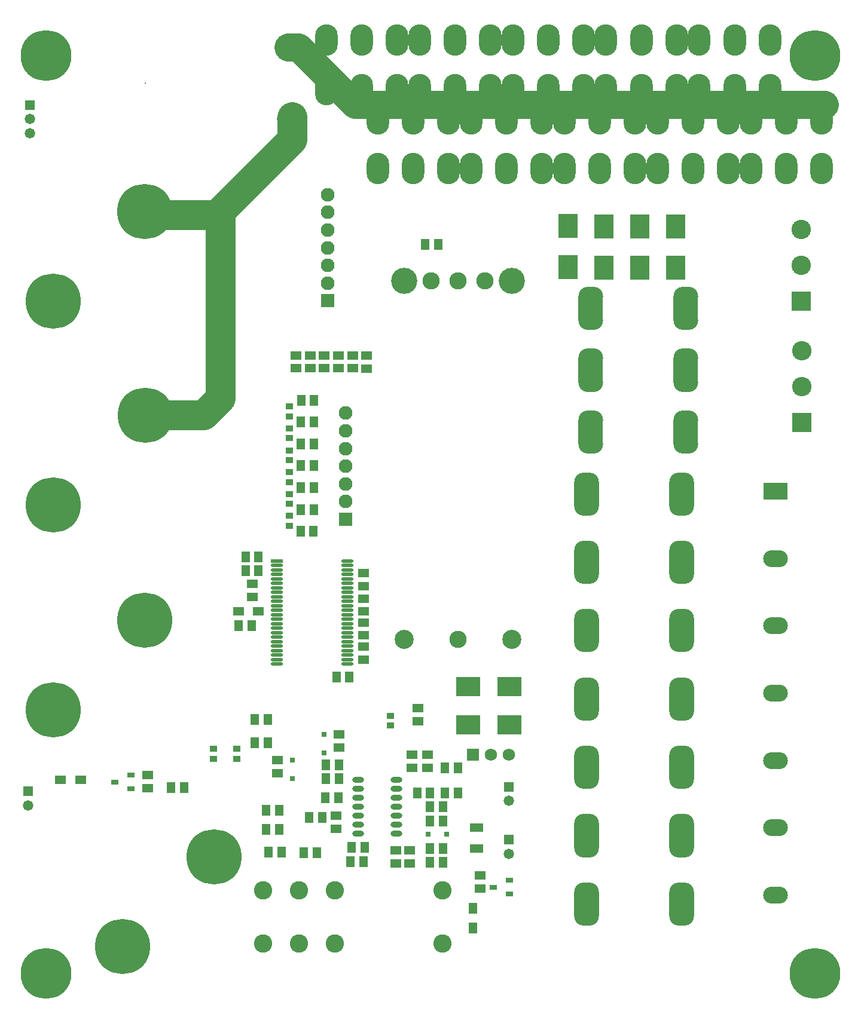
<source format=gbr>
%FSTAX23Y23*%
%MOIN*%
%SFA1B1*%

%IPPOS*%
%ADD59C,0.157480*%
%ADD60C,0.167323*%
%ADD62R,0.074929X0.049339*%
%ADD67C,0.108000*%
%ADD68R,0.108000X0.108000*%
%ADD69C,0.058000*%
%ADD70R,0.058000X0.058000*%
%ADD71O,0.138000X0.108000*%
%ADD72R,0.137921X0.094614*%
%ADD73O,0.137921X0.094614*%
%ADD74C,0.102488*%
%ADD75C,0.096583*%
%ADD76C,0.145795*%
%ADD77C,0.106425*%
%ADD78C,0.008000*%
%ADD79O,0.165480X0.116268*%
%ADD80C,0.068000*%
%ADD81R,0.068000X0.068000*%
%ADD82O,0.126110X0.175323*%
%ADD83C,0.308000*%
%ADD84C,0.076898*%
%ADD85R,0.076898X0.076898*%
%ADD86C,0.283591*%
%ADD96R,0.059181X0.045402*%
%ADD97R,0.051307X0.061150*%
%ADD98R,0.067055X0.019811*%
%ADD99O,0.067055X0.019811*%
%ADD100O,0.065087X0.031622*%
%ADD101R,0.045402X0.059181*%
%ADD102R,0.043433X0.031622*%
%ADD103R,0.043433X0.035559*%
%ADD104R,0.025716X0.029654*%
%ADD105R,0.061150X0.051307*%
%ADD106R,0.029654X0.025716*%
%ADD107R,0.106425X0.133000*%
%ADD108R,0.133000X0.106425*%
%LNpms_board_soldermask_top-1*%
%LPD*%
G36*
X03805Y02769D02*
X03806Y02769D01*
X03806Y02768*
X03807Y02768*
X03807Y02768*
X03807Y02767*
X03808Y02767*
X03808Y02767*
X03808Y02766*
X03809Y02766*
X03809Y02765*
X03809Y02765*
Y02631*
X03809Y0263*
X03809Y0263*
X03808Y02629*
X03808Y02629*
X03808Y02628*
X03807Y02628*
X03807Y02627*
X03807Y02627*
X03806Y02627*
X03806Y02627*
X03805Y02627*
X03805Y02627*
X03675*
X03674Y02627*
X03674Y02627*
X03673Y02627*
X03673Y02627*
X03672Y02627*
X03672Y02628*
X03671Y02628*
X03671Y02629*
X03671Y02629*
X03671Y0263*
X03671Y0263*
X03671Y02631*
Y02765*
X03671Y02765*
X03671Y02766*
X03671Y02766*
X03671Y02767*
X03671Y02767*
X03672Y02767*
X03672Y02768*
X03673Y02768*
X03673Y02768*
X03674Y02769*
X03674Y02769*
X03675Y02769*
X03805*
X03805Y02769*
G37*
G36*
X03275D02*
X03276Y02769D01*
X03276Y02768*
X03277Y02768*
X03277Y02768*
X03277Y02767*
X03278Y02767*
X03278Y02767*
X03278Y02766*
X03279Y02766*
X03279Y02765*
X03279Y02765*
Y02631*
X03279Y0263*
X03279Y0263*
X03278Y02629*
X03278Y02629*
X03278Y02628*
X03277Y02628*
X03277Y02627*
X03277Y02627*
X03276Y02627*
X03276Y02627*
X03275Y02627*
X03275Y02627*
X03145*
X03144Y02627*
X03144Y02627*
X03143Y02627*
X03143Y02627*
X03142Y02627*
X03142Y02628*
X03141Y02628*
X03141Y02629*
X03141Y02629*
X03141Y0263*
X03141Y0263*
X03141Y02631*
Y02765*
X03141Y02765*
X03141Y02766*
X03141Y02766*
X03141Y02767*
X03141Y02767*
X03142Y02767*
X03142Y02768*
X03143Y02768*
X03143Y02768*
X03144Y02769*
X03144Y02769*
X03145Y02769*
X03275*
X03275Y02769*
G37*
G36*
X03805Y02387D02*
X03806Y02387D01*
X03806Y02387*
X03807Y02387*
X03807Y02387*
X03807Y02386*
X03808Y02386*
X03808Y02385*
X03808Y02385*
X03809Y02384*
X03809Y02384*
X03809Y02383*
Y02249*
X03809Y02249*
X03809Y02248*
X03808Y02248*
X03808Y02247*
X03808Y02247*
X03807Y02247*
X03807Y02246*
X03807Y02246*
X03806Y02246*
X03806Y02246*
X03805Y02245*
X03805Y02245*
X03675*
X03674Y02245*
X03674Y02246*
X03673Y02246*
X03673Y02246*
X03672Y02246*
X03672Y02247*
X03671Y02247*
X03671Y02247*
X03671Y02248*
X03671Y02248*
X03671Y02249*
X03671Y02249*
Y02383*
X03671Y02384*
X03671Y02384*
X03671Y02385*
X03671Y02385*
X03671Y02386*
X03672Y02386*
X03672Y02387*
X03673Y02387*
X03673Y02387*
X03674Y02387*
X03674Y02387*
X03675Y02387*
X03805*
X03805Y02387*
G37*
G36*
X03275D02*
X03276Y02387D01*
X03276Y02387*
X03277Y02387*
X03277Y02387*
X03277Y02386*
X03278Y02386*
X03278Y02385*
X03278Y02385*
X03279Y02384*
X03279Y02384*
X03279Y02383*
Y02249*
X03279Y02249*
X03279Y02248*
X03278Y02248*
X03278Y02247*
X03278Y02247*
X03277Y02247*
X03277Y02246*
X03277Y02246*
X03276Y02246*
X03276Y02246*
X03275Y02245*
X03275Y02245*
X03145*
X03144Y02245*
X03144Y02246*
X03143Y02246*
X03143Y02246*
X03142Y02246*
X03142Y02247*
X03141Y02247*
X03141Y02247*
X03141Y02248*
X03141Y02248*
X03141Y02249*
X03141Y02249*
Y02383*
X03141Y02384*
X03141Y02384*
X03141Y02385*
X03141Y02385*
X03141Y02386*
X03142Y02386*
X03142Y02387*
X03143Y02387*
X03143Y02387*
X03144Y02387*
X03144Y02387*
X03145Y02387*
X03275*
X03275Y02387*
G37*
G36*
X03805Y02006D02*
X03806Y02006D01*
X03806Y02006*
X03807Y02006*
X03807Y02005*
X03807Y02005*
X03808Y02005*
X03808Y02004*
X03808Y02004*
X03809Y02003*
X03809Y02003*
X03809Y02002*
Y01868*
X03809Y01868*
X03809Y01867*
X03808Y01867*
X03808Y01866*
X03808Y01866*
X03807Y01865*
X03807Y01865*
X03807Y01865*
X03806Y01865*
X03806Y01864*
X03805Y01864*
X03805Y01864*
X03675*
X03674Y01864*
X03674Y01864*
X03673Y01865*
X03673Y01865*
X03672Y01865*
X03672Y01865*
X03671Y01866*
X03671Y01866*
X03671Y01867*
X03671Y01867*
X03671Y01868*
X03671Y01868*
Y02002*
X03671Y02003*
X03671Y02003*
X03671Y02004*
X03671Y02004*
X03671Y02005*
X03672Y02005*
X03672Y02005*
X03673Y02006*
X03673Y02006*
X03674Y02006*
X03674Y02006*
X03675Y02006*
X03805*
X03805Y02006*
G37*
G36*
X03275D02*
X03276Y02006D01*
X03276Y02006*
X03277Y02006*
X03277Y02005*
X03277Y02005*
X03278Y02005*
X03278Y02004*
X03278Y02004*
X03279Y02003*
X03279Y02003*
X03279Y02002*
Y01868*
X03279Y01868*
X03279Y01867*
X03278Y01867*
X03278Y01866*
X03278Y01866*
X03277Y01865*
X03277Y01865*
X03277Y01865*
X03276Y01865*
X03276Y01864*
X03275Y01864*
X03275Y01864*
X03145*
X03144Y01864*
X03144Y01864*
X03143Y01865*
X03143Y01865*
X03142Y01865*
X03142Y01865*
X03141Y01866*
X03141Y01866*
X03141Y01867*
X03141Y01867*
X03141Y01868*
X03141Y01868*
Y02002*
X03141Y02003*
X03141Y02003*
X03141Y02004*
X03141Y02004*
X03141Y02005*
X03142Y02005*
X03142Y02005*
X03143Y02006*
X03143Y02006*
X03144Y02006*
X03144Y02006*
X03145Y02006*
X03275*
X03275Y02006*
G37*
G36*
X03805Y01625D02*
X03806Y01625D01*
X03806Y01625*
X03807Y01624*
X03807Y01624*
X03807Y01624*
X03808Y01623*
X03808Y01623*
X03808Y01623*
X03809Y01622*
X03809Y01622*
X03809Y01621*
Y01487*
X03809Y01486*
X03809Y01486*
X03808Y01485*
X03808Y01485*
X03808Y01485*
X03807Y01484*
X03807Y01484*
X03807Y01484*
X03806Y01483*
X03806Y01483*
X03805Y01483*
X03805Y01483*
X03675*
X03674Y01483*
X03674Y01483*
X03673Y01483*
X03673Y01484*
X03672Y01484*
X03672Y01484*
X03671Y01485*
X03671Y01485*
X03671Y01485*
X03671Y01486*
X03671Y01486*
X03671Y01487*
Y01621*
X03671Y01622*
X03671Y01622*
X03671Y01623*
X03671Y01623*
X03671Y01623*
X03672Y01624*
X03672Y01624*
X03673Y01624*
X03673Y01625*
X03674Y01625*
X03674Y01625*
X03675Y01625*
X03805*
X03805Y01625*
G37*
G36*
X03275D02*
X03276Y01625D01*
X03276Y01625*
X03277Y01624*
X03277Y01624*
X03277Y01624*
X03278Y01623*
X03278Y01623*
X03278Y01623*
X03279Y01622*
X03279Y01622*
X03279Y01621*
Y01487*
X03279Y01486*
X03279Y01486*
X03278Y01485*
X03278Y01485*
X03278Y01485*
X03277Y01484*
X03277Y01484*
X03277Y01484*
X03276Y01483*
X03276Y01483*
X03275Y01483*
X03275Y01483*
X03145*
X03144Y01483*
X03144Y01483*
X03143Y01483*
X03143Y01484*
X03142Y01484*
X03142Y01484*
X03141Y01485*
X03141Y01485*
X03141Y01485*
X03141Y01486*
X03141Y01486*
X03141Y01487*
Y01621*
X03141Y01622*
X03141Y01622*
X03141Y01623*
X03141Y01623*
X03141Y01623*
X03142Y01624*
X03142Y01624*
X03143Y01624*
X03143Y01625*
X03144Y01625*
X03144Y01625*
X03145Y01625*
X03275*
X03275Y01625*
G37*
G36*
X03805Y01244D02*
X03806Y01244D01*
X03806Y01244*
X03807Y01243*
X03807Y01243*
X03807Y01243*
X03808Y01242*
X03808Y01242*
X03808Y01241*
X03809Y01241*
X03809Y0124*
X03809Y0124*
Y01106*
X03809Y01105*
X03809Y01105*
X03808Y01104*
X03808Y01104*
X03808Y01103*
X03807Y01103*
X03807Y01103*
X03807Y01102*
X03806Y01102*
X03806Y01102*
X03805Y01102*
X03805Y01102*
X03675*
X03674Y01102*
X03674Y01102*
X03673Y01102*
X03673Y01102*
X03672Y01103*
X03672Y01103*
X03671Y01103*
X03671Y01104*
X03671Y01104*
X03671Y01105*
X03671Y01105*
X03671Y01106*
Y0124*
X03671Y0124*
X03671Y01241*
X03671Y01241*
X03671Y01242*
X03671Y01242*
X03672Y01243*
X03672Y01243*
X03673Y01243*
X03673Y01244*
X03674Y01244*
X03674Y01244*
X03675Y01244*
X03805*
X03805Y01244*
G37*
G36*
X03275D02*
X03276Y01244D01*
X03276Y01244*
X03277Y01243*
X03277Y01243*
X03277Y01243*
X03278Y01242*
X03278Y01242*
X03278Y01241*
X03279Y01241*
X03279Y0124*
X03279Y0124*
Y01106*
X03279Y01105*
X03279Y01105*
X03278Y01104*
X03278Y01104*
X03278Y01103*
X03277Y01103*
X03277Y01103*
X03277Y01102*
X03276Y01102*
X03276Y01102*
X03275Y01102*
X03275Y01102*
X03145*
X03144Y01102*
X03144Y01102*
X03143Y01102*
X03143Y01102*
X03142Y01103*
X03142Y01103*
X03141Y01103*
X03141Y01104*
X03141Y01104*
X03141Y01105*
X03141Y01105*
X03141Y01106*
Y0124*
X03141Y0124*
X03141Y01241*
X03141Y01241*
X03141Y01242*
X03141Y01242*
X03142Y01243*
X03142Y01243*
X03143Y01243*
X03143Y01244*
X03144Y01244*
X03144Y01244*
X03145Y01244*
X03275*
X03275Y01244*
G37*
G36*
X03827Y04566D02*
X03828Y04566D01*
X03828Y04566*
X03829Y04566*
X03829Y04566*
X0383Y04565*
X0383Y04565*
X0383Y04564*
X0383Y04564*
X03831Y04564*
X03831Y04563*
X03831Y04562*
Y04428*
X03831Y04428*
X03831Y04427*
X0383Y04427*
X0383Y04426*
X0383Y04426*
X0383Y04426*
X03829Y04425*
X03829Y04425*
X03828Y04425*
X03828Y04425*
X03827Y04425*
X03827Y04424*
X03697*
X03696Y04425*
X03696Y04425*
X03695Y04425*
X03695Y04425*
X03694Y04425*
X03694Y04426*
X03694Y04426*
X03693Y04426*
X03693Y04427*
X03693Y04427*
X03693Y04428*
X03693Y04428*
Y04562*
X03693Y04563*
X03693Y04564*
X03693Y04564*
X03693Y04564*
X03694Y04565*
X03694Y04565*
X03694Y04566*
X03695Y04566*
X03695Y04566*
X03696Y04566*
X03696Y04566*
X03697Y04567*
X03827*
X03827Y04566*
G37*
G36*
X03297D02*
X03298Y04566D01*
X03298Y04566*
X03299Y04566*
X03299Y04566*
X033Y04565*
X033Y04565*
X033Y04564*
X033Y04564*
X03301Y04564*
X03301Y04563*
X03301Y04562*
Y04428*
X03301Y04428*
X03301Y04427*
X033Y04427*
X033Y04426*
X033Y04426*
X033Y04426*
X03299Y04425*
X03299Y04425*
X03298Y04425*
X03298Y04425*
X03297Y04425*
X03297Y04424*
X03167*
X03166Y04425*
X03166Y04425*
X03165Y04425*
X03165Y04425*
X03164Y04425*
X03164Y04426*
X03164Y04426*
X03163Y04426*
X03163Y04427*
X03163Y04427*
X03163Y04428*
X03163Y04428*
Y04562*
X03163Y04563*
X03163Y04564*
X03163Y04564*
X03163Y04564*
X03164Y04565*
X03164Y04565*
X03164Y04566*
X03165Y04566*
X03165Y04566*
X03166Y04566*
X03166Y04566*
X03167Y04567*
X03297*
X03297Y04566*
G37*
G36*
X03827Y04222D02*
X03828Y04222D01*
X03828Y04222*
X03829Y04222*
X03829Y04222*
X0383Y04221*
X0383Y04221*
X0383Y0422*
X0383Y0422*
X03831Y0422*
X03831Y04219*
X03831Y04218*
Y04084*
X03831Y04084*
X03831Y04083*
X0383Y04083*
X0383Y04082*
X0383Y04082*
X0383Y04082*
X03829Y04081*
X03829Y04081*
X03828Y04081*
X03828Y04081*
X03827Y04081*
X03827Y0408*
X03697*
X03696Y04081*
X03696Y04081*
X03695Y04081*
X03695Y04081*
X03694Y04081*
X03694Y04082*
X03694Y04082*
X03693Y04082*
X03693Y04083*
X03693Y04083*
X03693Y04084*
X03693Y04084*
Y04218*
X03693Y04219*
X03693Y0422*
X03693Y0422*
X03693Y0422*
X03694Y04221*
X03694Y04221*
X03694Y04222*
X03695Y04222*
X03695Y04222*
X03696Y04222*
X03696Y04222*
X03697Y04223*
X03827*
X03827Y04222*
G37*
G36*
X03297D02*
X03298Y04222D01*
X03298Y04222*
X03299Y04222*
X03299Y04222*
X033Y04221*
X033Y04221*
X033Y0422*
X033Y0422*
X03301Y0422*
X03301Y04219*
X03301Y04218*
Y04084*
X03301Y04084*
X03301Y04083*
X033Y04083*
X033Y04082*
X033Y04082*
X033Y04082*
X03299Y04081*
X03299Y04081*
X03298Y04081*
X03298Y04081*
X03297Y04081*
X03297Y0408*
X03167*
X03166Y04081*
X03166Y04081*
X03165Y04081*
X03165Y04081*
X03164Y04081*
X03164Y04082*
X03164Y04082*
X03163Y04082*
X03163Y04083*
X03163Y04083*
X03163Y04084*
X03163Y04084*
Y04218*
X03163Y04219*
X03163Y0422*
X03163Y0422*
X03163Y0422*
X03164Y04221*
X03164Y04221*
X03164Y04222*
X03165Y04222*
X03165Y04222*
X03166Y04222*
X03166Y04222*
X03167Y04223*
X03297*
X03297Y04222*
G37*
G36*
X03827Y03876D02*
X03828Y03876D01*
X03828Y03876*
X03829Y03876*
X03829Y03876*
X0383Y03875*
X0383Y03875*
X0383Y03874*
X0383Y03874*
X03831Y03874*
X03831Y03873*
X03831Y03872*
Y03738*
X03831Y03738*
X03831Y03737*
X0383Y03737*
X0383Y03736*
X0383Y03736*
X0383Y03736*
X03829Y03735*
X03829Y03735*
X03828Y03735*
X03828Y03735*
X03827Y03735*
X03827Y03734*
X03697*
X03696Y03735*
X03696Y03735*
X03695Y03735*
X03695Y03735*
X03694Y03735*
X03694Y03736*
X03694Y03736*
X03693Y03736*
X03693Y03737*
X03693Y03737*
X03693Y03738*
X03693Y03738*
Y03872*
X03693Y03873*
X03693Y03874*
X03693Y03874*
X03693Y03874*
X03694Y03875*
X03694Y03875*
X03694Y03876*
X03695Y03876*
X03695Y03876*
X03696Y03876*
X03696Y03876*
X03697Y03877*
X03827*
X03827Y03876*
G37*
G36*
X03297D02*
X03298Y03876D01*
X03298Y03876*
X03299Y03876*
X03299Y03876*
X033Y03875*
X033Y03875*
X033Y03874*
X033Y03874*
X03301Y03874*
X03301Y03873*
X03301Y03872*
Y03738*
X03301Y03738*
X03301Y03737*
X033Y03737*
X033Y03736*
X033Y03736*
X033Y03736*
X03299Y03735*
X03299Y03735*
X03298Y03735*
X03298Y03735*
X03297Y03735*
X03297Y03734*
X03167*
X03166Y03735*
X03166Y03735*
X03165Y03735*
X03165Y03735*
X03164Y03735*
X03164Y03736*
X03164Y03736*
X03163Y03736*
X03163Y03737*
X03163Y03737*
X03163Y03738*
X03163Y03738*
Y03872*
X03163Y03873*
X03163Y03874*
X03163Y03874*
X03163Y03874*
X03164Y03875*
X03164Y03875*
X03164Y03876*
X03165Y03876*
X03165Y03876*
X03166Y03876*
X03166Y03876*
X03167Y03877*
X03297*
X03297Y03876*
G37*
G36*
X03805Y03531D02*
X03806Y03531D01*
X03806Y03531*
X03807Y03531*
X03807Y0353*
X03807Y0353*
X03808Y03529*
X03808Y03529*
X03808Y03529*
X03809Y03528*
X03809Y03528*
X03809Y03527*
Y03393*
X03809Y03393*
X03809Y03392*
X03808Y03392*
X03808Y03391*
X03808Y03391*
X03807Y0339*
X03807Y0339*
X03807Y0339*
X03806Y03389*
X03806Y03389*
X03805Y03389*
X03805Y03389*
X03675*
X03674Y03389*
X03674Y03389*
X03673Y03389*
X03673Y0339*
X03672Y0339*
X03672Y0339*
X03671Y03391*
X03671Y03391*
X03671Y03392*
X03671Y03392*
X03671Y03393*
X03671Y03393*
Y03527*
X03671Y03528*
X03671Y03528*
X03671Y03529*
X03671Y03529*
X03671Y03529*
X03672Y0353*
X03672Y0353*
X03673Y03531*
X03673Y03531*
X03674Y03531*
X03674Y03531*
X03675Y03531*
X03805*
X03805Y03531*
G37*
G36*
X03275D02*
X03276Y03531D01*
X03276Y03531*
X03277Y03531*
X03277Y0353*
X03277Y0353*
X03278Y03529*
X03278Y03529*
X03278Y03529*
X03279Y03528*
X03279Y03528*
X03279Y03527*
Y03393*
X03279Y03393*
X03279Y03392*
X03278Y03392*
X03278Y03391*
X03278Y03391*
X03277Y0339*
X03277Y0339*
X03277Y0339*
X03276Y03389*
X03276Y03389*
X03275Y03389*
X03275Y03389*
X03145*
X03144Y03389*
X03144Y03389*
X03143Y03389*
X03143Y0339*
X03142Y0339*
X03142Y0339*
X03141Y03391*
X03141Y03391*
X03141Y03392*
X03141Y03392*
X03141Y03393*
X03141Y03393*
Y03527*
X03141Y03528*
X03141Y03528*
X03141Y03529*
X03141Y03529*
X03141Y03529*
X03142Y0353*
X03142Y0353*
X03143Y03531*
X03143Y03531*
X03144Y03531*
X03144Y03531*
X03145Y03531*
X03275*
X03275Y03531*
G37*
G36*
X03805Y0315D02*
X03806Y0315D01*
X03806Y0315*
X03807Y03149*
X03807Y03149*
X03807Y03149*
X03808Y03148*
X03808Y03148*
X03808Y03147*
X03809Y03147*
X03809Y03146*
X03809Y03146*
Y03012*
X03809Y03011*
X03809Y03011*
X03808Y0301*
X03808Y0301*
X03808Y03009*
X03807Y03009*
X03807Y03009*
X03807Y03008*
X03806Y03008*
X03806Y03008*
X03805Y03008*
X03805Y03008*
X03675*
X03674Y03008*
X03674Y03008*
X03673Y03008*
X03673Y03008*
X03672Y03009*
X03672Y03009*
X03671Y03009*
X03671Y0301*
X03671Y0301*
X03671Y03011*
X03671Y03011*
X03671Y03012*
Y03146*
X03671Y03146*
X03671Y03147*
X03671Y03147*
X03671Y03148*
X03671Y03148*
X03672Y03149*
X03672Y03149*
X03673Y03149*
X03673Y0315*
X03674Y0315*
X03674Y0315*
X03675Y0315*
X03805*
X03805Y0315*
G37*
G36*
X03275D02*
X03276Y0315D01*
X03276Y0315*
X03277Y03149*
X03277Y03149*
X03277Y03149*
X03278Y03148*
X03278Y03148*
X03278Y03147*
X03279Y03147*
X03279Y03146*
X03279Y03146*
Y03012*
X03279Y03011*
X03279Y03011*
X03278Y0301*
X03278Y0301*
X03278Y03009*
X03277Y03009*
X03277Y03009*
X03277Y03008*
X03276Y03008*
X03276Y03008*
X03275Y03008*
X03275Y03008*
X03145*
X03144Y03008*
X03144Y03008*
X03143Y03008*
X03143Y03008*
X03142Y03009*
X03142Y03009*
X03141Y03009*
X03141Y0301*
X03141Y0301*
X03141Y03011*
X03141Y03011*
X03141Y03012*
Y03146*
X03141Y03146*
X03141Y03147*
X03141Y03147*
X03141Y03148*
X03141Y03148*
X03142Y03149*
X03142Y03149*
X03143Y03149*
X03143Y0315*
X03144Y0315*
X03144Y0315*
X03145Y0315*
X03275*
X03275Y0315*
G37*
G54D59*
X01547Y05951D02*
X01603D01*
X01921Y05633*
X04535*
G54D60*
X00748Y05035D02*
X00795D01*
X01169Y0496D02*
Y05035D01*
X00795D02*
X00814Y05015D01*
X01169*
X00749Y03898D02*
X01076D01*
X01169Y03992*
X0157Y05437D02*
Y05562D01*
X01169Y05035D02*
X0157Y05437D01*
X01169Y03992D02*
Y05015D01*
G54D62*
X02598Y01484D03*
Y016D03*
G54D67*
X04406Y04735D03*
Y04935D03*
X04409Y04058D03*
Y04258D03*
G54D68*
X04406Y04535D03*
X04409Y03858D03*
G54D69*
X02775Y01748D03*
X02775Y01452D03*
X00106Y05472D03*
Y05551D03*
X00098Y01724D03*
G54D70*
X02775Y01826D03*
Y01531D03*
X00106Y05629D03*
X00098Y01803D03*
G54D71*
X03232Y04428D03*
Y04562D03*
X03762Y04428D03*
Y04562D03*
X03232Y04084D03*
Y04218D03*
X03762Y04084D03*
Y04218D03*
X03232Y03738D03*
Y03872D03*
X03762Y03738D03*
Y03872D03*
X0374Y0124D03*
Y01106D03*
X0321Y0124D03*
Y01106D03*
X0374Y01621D03*
Y01487D03*
X0321Y01621D03*
Y01487D03*
X0374Y02383D03*
Y02249D03*
X0321Y02383D03*
Y02249D03*
X0374Y02765D03*
Y02631D03*
X0321Y02765D03*
Y02631D03*
X0374Y03146D03*
Y03012D03*
X0321Y03146D03*
Y03012D03*
Y03393D03*
Y03527D03*
X0374Y03393D03*
Y03527D03*
X0321Y01868D03*
Y02002D03*
X0374Y01868D03*
Y02002D03*
G54D72*
X04263Y03475D03*
G54D73*
X04263Y031D03*
Y02725D03*
Y0235D03*
Y01224D03*
Y01599D03*
Y01974D03*
G54D74*
X01407Y01248D03*
X01807D03*
X01607D03*
X01407Y00953D03*
X01807D03*
X01607D03*
X02407Y01248D03*
Y00953D03*
G54D75*
X02343Y0465D03*
X02643D03*
X02493D03*
Y0265D03*
G54D76*
X02193Y0465D03*
X02793D03*
G54D77*
X02793Y0265D03*
X02193D03*
G54D78*
X00751Y05752D03*
G54D79*
X01566Y05952D03*
Y05552D03*
G54D80*
X02777Y02007D03*
X02677D03*
G54D81*
X02577Y02007D03*
G54D82*
X04519Y05275D03*
X04322D03*
X04125D03*
Y05551D03*
X04322D03*
X04519D03*
X04232Y05716D03*
X04035D03*
X03838D03*
Y05992D03*
X04035D03*
X04232D03*
X04Y05275D03*
X03803D03*
X03606D03*
Y05551D03*
X03803D03*
X04D03*
X03712Y05716D03*
X03515D03*
X03318D03*
Y05992D03*
X03515D03*
X03712D03*
X0348Y05275D03*
X03283D03*
X03086D03*
Y05551D03*
X03283D03*
X0348D03*
X03192Y05716D03*
X02996D03*
X02799D03*
Y05992D03*
X02996D03*
X03192D03*
X0296Y05275D03*
X02763D03*
X02566D03*
Y05551D03*
X02763D03*
X0296D03*
X02673Y05716D03*
X02476D03*
X02279D03*
Y05992D03*
X02476D03*
X02673D03*
X0244Y05275D03*
X02244D03*
X02047D03*
Y05551D03*
X02244D03*
X0244D03*
X02153Y05716D03*
X01956D03*
X01759D03*
Y05992D03*
X01956D03*
X02153D03*
G54D83*
X00749Y03898D03*
X00237Y03398D03*
X00748Y05035D03*
X00236Y04535D03*
X01134Y01437D03*
X00622Y00937D03*
X00748Y02755D03*
X00236Y02255D03*
G54D84*
X01767Y04736D03*
Y04637D03*
Y04834D03*
Y04933D03*
Y05031D03*
Y05129D03*
X01868Y03517D03*
Y03418D03*
Y03615D03*
Y03714D03*
Y03812D03*
Y03911D03*
G54D85*
X01767Y04539D03*
X01868Y0332D03*
G54D86*
X04484Y05905D03*
Y00787D03*
X00196D03*
Y05905D03*
G54D96*
X02618Y01259D03*
Y01332D03*
X02322Y02005D03*
Y01933D03*
X01814Y01665D03*
Y01592D03*
X00763Y01891D03*
Y01818D03*
X0183Y02045D03*
Y02118D03*
X02224Y01399D03*
Y01472D03*
X02271Y02267D03*
Y02194D03*
X02236Y02005D03*
Y01933D03*
X02145Y01472D03*
Y01399D03*
X01488Y01903D03*
Y01976D03*
X01968Y02671D03*
Y02744D03*
Y02537D03*
Y0261D03*
X01984Y04233D03*
Y0416D03*
X01905Y04234D03*
Y04161D03*
X01826Y04234D03*
Y04161D03*
X01748Y04234D03*
Y04161D03*
X01669Y04234D03*
Y04161D03*
X0159Y04234D03*
Y04161D03*
X01968Y02805D03*
Y02877D03*
Y03019D03*
Y02946D03*
X01348Y02887D03*
Y0296D03*
G54D97*
X02578Y01038D03*
Y0115D03*
G54D98*
X01484Y03087D03*
G54D99*
X01484Y03062D03*
Y03037D03*
Y03012D03*
Y02987D03*
Y02962D03*
Y02937D03*
Y02912D03*
Y02887D03*
Y02862D03*
Y02837D03*
Y02812D03*
Y02787D03*
Y02762D03*
Y02737D03*
Y02712D03*
Y02687D03*
Y02662D03*
Y02637D03*
Y02612D03*
Y02587D03*
Y02562D03*
Y02537D03*
Y02512D03*
X01877Y03087D03*
Y03062D03*
Y03037D03*
Y03012D03*
Y02987D03*
Y02962D03*
Y02937D03*
Y02912D03*
Y02887D03*
Y02862D03*
Y02837D03*
Y02812D03*
Y02787D03*
Y02762D03*
Y02737D03*
Y02712D03*
Y02687D03*
Y02662D03*
Y02637D03*
Y02612D03*
Y02587D03*
Y02562D03*
Y02537D03*
Y02512D03*
G54D100*
X01936Y01866D03*
Y01816D03*
Y01766D03*
Y01716D03*
Y01666D03*
Y01616D03*
Y01566D03*
X0215Y01866D03*
Y01816D03*
Y01766D03*
Y01716D03*
Y01666D03*
Y01616D03*
Y01566D03*
G54D101*
X0242Y01933D03*
X02493D03*
X0231Y04854D03*
X02382D03*
X01966Y01409D03*
X01893D03*
X01901Y01488D03*
X01974D03*
X01664Y01657D03*
X01737D03*
X0183Y01874D03*
X01757D03*
X0183Y01948D03*
X01757D03*
X01433Y02074D03*
X0136D03*
X02411Y01405D03*
X02338D03*
Y01484D03*
X02411D03*
X00893Y01822D03*
X00966D03*
X01423Y0159D03*
X01496D03*
X01361Y02204D03*
X01434D03*
X0241Y01716D03*
X02337D03*
X02265Y01791D03*
X02338D03*
X02421D03*
X02494D03*
X01632Y0146D03*
X01705D03*
X01511Y01464D03*
X01438D03*
X02411Y01637D03*
X02338D03*
X01496Y01696D03*
X01423D03*
X01688Y03251D03*
X01616D03*
X01815Y02438D03*
X01888D03*
X0169Y03374D03*
X01618D03*
X0169Y03496D03*
X01618D03*
X0169Y03618D03*
X01618D03*
X01269Y02726D03*
X01342D03*
X0169Y0374D03*
X01618D03*
X0169Y03862D03*
X01618D03*
X01691Y03984D03*
X01619D03*
X01826Y01767D03*
X01753D03*
X01381Y03031D03*
X01309D03*
Y0311D03*
X01381D03*
G54D102*
X02781Y0123D03*
Y01305D03*
X0269Y01267D03*
X00671Y01816D03*
Y01891D03*
X0058Y01854D03*
G54D103*
X01259Y01984D03*
Y02039D03*
X01129Y01984D03*
Y02039D03*
X02118Y02169D03*
Y02224D03*
X01553Y03338D03*
Y03283D03*
Y0346D03*
Y03405D03*
Y03582D03*
Y03527D03*
Y03704D03*
Y03649D03*
Y03826D03*
Y03771D03*
Y03948D03*
Y03893D03*
G54D104*
X01748Y02015D03*
Y02118D03*
X0157Y01874D03*
Y01976D03*
G54D105*
X00277Y01866D03*
X00389D03*
X01381Y02807D03*
X01269D03*
G54D106*
X02326Y01562D03*
X02429D03*
G54D107*
X03708Y04953D03*
Y04723D03*
X03507Y04953D03*
Y04723D03*
X03307Y04953D03*
Y04723D03*
X03106Y04955D03*
Y04725D03*
G54D108*
X0278Y02173D03*
X0255D03*
X0278Y02385D03*
X0255D03*
M02*
</source>
